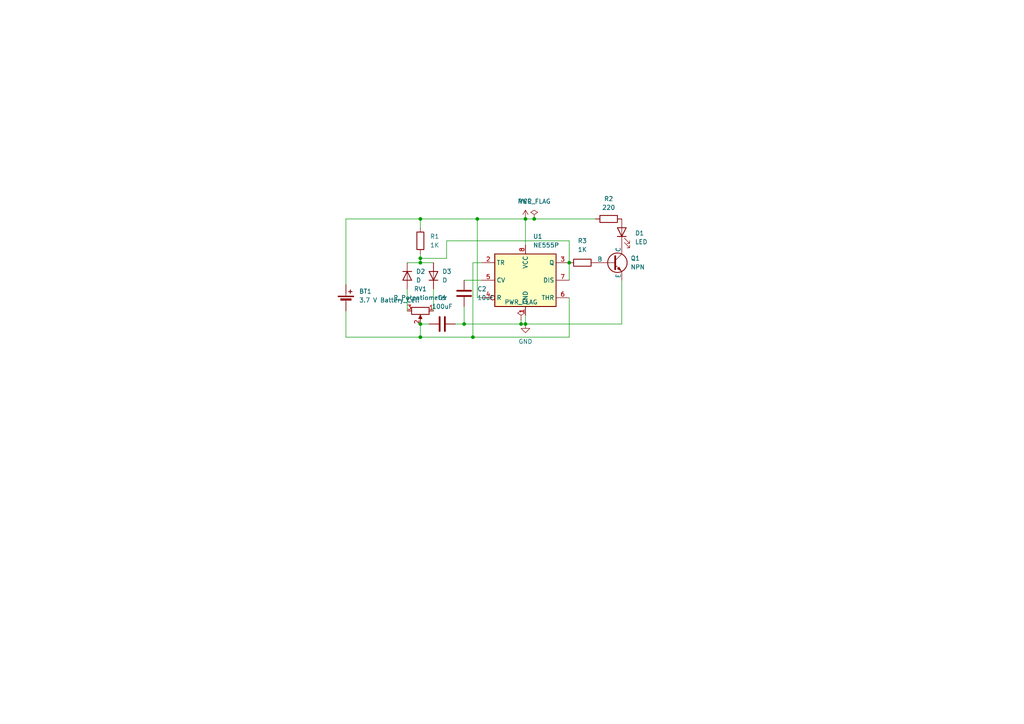
<source format=kicad_sch>
(kicad_sch
	(version 20231120)
	(generator "eeschema")
	(generator_version "8.0")
	(uuid "5076f665-2423-4c41-80a2-189eb7f7c1b8")
	(paper "A4")
	(lib_symbols
		(symbol "Device:Battery_Cell"
			(pin_numbers hide)
			(pin_names
				(offset 0) hide)
			(exclude_from_sim no)
			(in_bom yes)
			(on_board yes)
			(property "Reference" "BT"
				(at 2.54 2.54 0)
				(effects
					(font
						(size 1.27 1.27)
					)
					(justify left)
				)
			)
			(property "Value" "Battery_Cell"
				(at 2.54 0 0)
				(effects
					(font
						(size 1.27 1.27)
					)
					(justify left)
				)
			)
			(property "Footprint" ""
				(at 0 1.524 90)
				(effects
					(font
						(size 1.27 1.27)
					)
					(hide yes)
				)
			)
			(property "Datasheet" "~"
				(at 0 1.524 90)
				(effects
					(font
						(size 1.27 1.27)
					)
					(hide yes)
				)
			)
			(property "Description" "Single-cell battery"
				(at 0 0 0)
				(effects
					(font
						(size 1.27 1.27)
					)
					(hide yes)
				)
			)
			(property "ki_keywords" "battery cell"
				(at 0 0 0)
				(effects
					(font
						(size 1.27 1.27)
					)
					(hide yes)
				)
			)
			(symbol "Battery_Cell_0_1"
				(rectangle
					(start -2.286 1.778)
					(end 2.286 1.524)
					(stroke
						(width 0)
						(type default)
					)
					(fill
						(type outline)
					)
				)
				(rectangle
					(start -1.524 1.016)
					(end 1.524 0.508)
					(stroke
						(width 0)
						(type default)
					)
					(fill
						(type outline)
					)
				)
				(polyline
					(pts
						(xy 0 0.762) (xy 0 0)
					)
					(stroke
						(width 0)
						(type default)
					)
					(fill
						(type none)
					)
				)
				(polyline
					(pts
						(xy 0 1.778) (xy 0 2.54)
					)
					(stroke
						(width 0)
						(type default)
					)
					(fill
						(type none)
					)
				)
				(polyline
					(pts
						(xy 0.762 3.048) (xy 1.778 3.048)
					)
					(stroke
						(width 0.254)
						(type default)
					)
					(fill
						(type none)
					)
				)
				(polyline
					(pts
						(xy 1.27 3.556) (xy 1.27 2.54)
					)
					(stroke
						(width 0.254)
						(type default)
					)
					(fill
						(type none)
					)
				)
			)
			(symbol "Battery_Cell_1_1"
				(pin passive line
					(at 0 5.08 270)
					(length 2.54)
					(name "+"
						(effects
							(font
								(size 1.27 1.27)
							)
						)
					)
					(number "1"
						(effects
							(font
								(size 1.27 1.27)
							)
						)
					)
				)
				(pin passive line
					(at 0 -2.54 90)
					(length 2.54)
					(name "-"
						(effects
							(font
								(size 1.27 1.27)
							)
						)
					)
					(number "2"
						(effects
							(font
								(size 1.27 1.27)
							)
						)
					)
				)
			)
		)
		(symbol "Device:C"
			(pin_numbers hide)
			(pin_names
				(offset 0.254)
			)
			(exclude_from_sim no)
			(in_bom yes)
			(on_board yes)
			(property "Reference" "C"
				(at 0.635 2.54 0)
				(effects
					(font
						(size 1.27 1.27)
					)
					(justify left)
				)
			)
			(property "Value" "C"
				(at 0.635 -2.54 0)
				(effects
					(font
						(size 1.27 1.27)
					)
					(justify left)
				)
			)
			(property "Footprint" ""
				(at 0.9652 -3.81 0)
				(effects
					(font
						(size 1.27 1.27)
					)
					(hide yes)
				)
			)
			(property "Datasheet" "~"
				(at 0 0 0)
				(effects
					(font
						(size 1.27 1.27)
					)
					(hide yes)
				)
			)
			(property "Description" "Unpolarized capacitor"
				(at 0 0 0)
				(effects
					(font
						(size 1.27 1.27)
					)
					(hide yes)
				)
			)
			(property "ki_keywords" "cap capacitor"
				(at 0 0 0)
				(effects
					(font
						(size 1.27 1.27)
					)
					(hide yes)
				)
			)
			(property "ki_fp_filters" "C_*"
				(at 0 0 0)
				(effects
					(font
						(size 1.27 1.27)
					)
					(hide yes)
				)
			)
			(symbol "C_0_1"
				(polyline
					(pts
						(xy -2.032 -0.762) (xy 2.032 -0.762)
					)
					(stroke
						(width 0.508)
						(type default)
					)
					(fill
						(type none)
					)
				)
				(polyline
					(pts
						(xy -2.032 0.762) (xy 2.032 0.762)
					)
					(stroke
						(width 0.508)
						(type default)
					)
					(fill
						(type none)
					)
				)
			)
			(symbol "C_1_1"
				(pin passive line
					(at 0 3.81 270)
					(length 2.794)
					(name "~"
						(effects
							(font
								(size 1.27 1.27)
							)
						)
					)
					(number "1"
						(effects
							(font
								(size 1.27 1.27)
							)
						)
					)
				)
				(pin passive line
					(at 0 -3.81 90)
					(length 2.794)
					(name "~"
						(effects
							(font
								(size 1.27 1.27)
							)
						)
					)
					(number "2"
						(effects
							(font
								(size 1.27 1.27)
							)
						)
					)
				)
			)
		)
		(symbol "Device:D"
			(pin_numbers hide)
			(pin_names
				(offset 1.016) hide)
			(exclude_from_sim no)
			(in_bom yes)
			(on_board yes)
			(property "Reference" "D"
				(at 0 2.54 0)
				(effects
					(font
						(size 1.27 1.27)
					)
				)
			)
			(property "Value" "D"
				(at 0 -2.54 0)
				(effects
					(font
						(size 1.27 1.27)
					)
				)
			)
			(property "Footprint" ""
				(at 0 0 0)
				(effects
					(font
						(size 1.27 1.27)
					)
					(hide yes)
				)
			)
			(property "Datasheet" "~"
				(at 0 0 0)
				(effects
					(font
						(size 1.27 1.27)
					)
					(hide yes)
				)
			)
			(property "Description" "Diode"
				(at 0 0 0)
				(effects
					(font
						(size 1.27 1.27)
					)
					(hide yes)
				)
			)
			(property "Sim.Device" "D"
				(at 0 0 0)
				(effects
					(font
						(size 1.27 1.27)
					)
					(hide yes)
				)
			)
			(property "Sim.Pins" "1=K 2=A"
				(at 0 0 0)
				(effects
					(font
						(size 1.27 1.27)
					)
					(hide yes)
				)
			)
			(property "ki_keywords" "diode"
				(at 0 0 0)
				(effects
					(font
						(size 1.27 1.27)
					)
					(hide yes)
				)
			)
			(property "ki_fp_filters" "TO-???* *_Diode_* *SingleDiode* D_*"
				(at 0 0 0)
				(effects
					(font
						(size 1.27 1.27)
					)
					(hide yes)
				)
			)
			(symbol "D_0_1"
				(polyline
					(pts
						(xy -1.27 1.27) (xy -1.27 -1.27)
					)
					(stroke
						(width 0.254)
						(type default)
					)
					(fill
						(type none)
					)
				)
				(polyline
					(pts
						(xy 1.27 0) (xy -1.27 0)
					)
					(stroke
						(width 0)
						(type default)
					)
					(fill
						(type none)
					)
				)
				(polyline
					(pts
						(xy 1.27 1.27) (xy 1.27 -1.27) (xy -1.27 0) (xy 1.27 1.27)
					)
					(stroke
						(width 0.254)
						(type default)
					)
					(fill
						(type none)
					)
				)
			)
			(symbol "D_1_1"
				(pin passive line
					(at -3.81 0 0)
					(length 2.54)
					(name "K"
						(effects
							(font
								(size 1.27 1.27)
							)
						)
					)
					(number "1"
						(effects
							(font
								(size 1.27 1.27)
							)
						)
					)
				)
				(pin passive line
					(at 3.81 0 180)
					(length 2.54)
					(name "A"
						(effects
							(font
								(size 1.27 1.27)
							)
						)
					)
					(number "2"
						(effects
							(font
								(size 1.27 1.27)
							)
						)
					)
				)
			)
		)
		(symbol "Device:LED"
			(pin_numbers hide)
			(pin_names
				(offset 1.016) hide)
			(exclude_from_sim no)
			(in_bom yes)
			(on_board yes)
			(property "Reference" "D"
				(at 0 2.54 0)
				(effects
					(font
						(size 1.27 1.27)
					)
				)
			)
			(property "Value" "LED"
				(at 0 -2.54 0)
				(effects
					(font
						(size 1.27 1.27)
					)
				)
			)
			(property "Footprint" ""
				(at 0 0 0)
				(effects
					(font
						(size 1.27 1.27)
					)
					(hide yes)
				)
			)
			(property "Datasheet" "~"
				(at 0 0 0)
				(effects
					(font
						(size 1.27 1.27)
					)
					(hide yes)
				)
			)
			(property "Description" "Light emitting diode"
				(at 0 0 0)
				(effects
					(font
						(size 1.27 1.27)
					)
					(hide yes)
				)
			)
			(property "ki_keywords" "LED diode"
				(at 0 0 0)
				(effects
					(font
						(size 1.27 1.27)
					)
					(hide yes)
				)
			)
			(property "ki_fp_filters" "LED* LED_SMD:* LED_THT:*"
				(at 0 0 0)
				(effects
					(font
						(size 1.27 1.27)
					)
					(hide yes)
				)
			)
			(symbol "LED_0_1"
				(polyline
					(pts
						(xy -1.27 -1.27) (xy -1.27 1.27)
					)
					(stroke
						(width 0.254)
						(type default)
					)
					(fill
						(type none)
					)
				)
				(polyline
					(pts
						(xy -1.27 0) (xy 1.27 0)
					)
					(stroke
						(width 0)
						(type default)
					)
					(fill
						(type none)
					)
				)
				(polyline
					(pts
						(xy 1.27 -1.27) (xy 1.27 1.27) (xy -1.27 0) (xy 1.27 -1.27)
					)
					(stroke
						(width 0.254)
						(type default)
					)
					(fill
						(type none)
					)
				)
				(polyline
					(pts
						(xy -3.048 -0.762) (xy -4.572 -2.286) (xy -3.81 -2.286) (xy -4.572 -2.286) (xy -4.572 -1.524)
					)
					(stroke
						(width 0)
						(type default)
					)
					(fill
						(type none)
					)
				)
				(polyline
					(pts
						(xy -1.778 -0.762) (xy -3.302 -2.286) (xy -2.54 -2.286) (xy -3.302 -2.286) (xy -3.302 -1.524)
					)
					(stroke
						(width 0)
						(type default)
					)
					(fill
						(type none)
					)
				)
			)
			(symbol "LED_1_1"
				(pin passive line
					(at -3.81 0 0)
					(length 2.54)
					(name "K"
						(effects
							(font
								(size 1.27 1.27)
							)
						)
					)
					(number "1"
						(effects
							(font
								(size 1.27 1.27)
							)
						)
					)
				)
				(pin passive line
					(at 3.81 0 180)
					(length 2.54)
					(name "A"
						(effects
							(font
								(size 1.27 1.27)
							)
						)
					)
					(number "2"
						(effects
							(font
								(size 1.27 1.27)
							)
						)
					)
				)
			)
		)
		(symbol "Device:R"
			(pin_numbers hide)
			(pin_names
				(offset 0)
			)
			(exclude_from_sim no)
			(in_bom yes)
			(on_board yes)
			(property "Reference" "R"
				(at 2.032 0 90)
				(effects
					(font
						(size 1.27 1.27)
					)
				)
			)
			(property "Value" "R"
				(at 0 0 90)
				(effects
					(font
						(size 1.27 1.27)
					)
				)
			)
			(property "Footprint" ""
				(at -1.778 0 90)
				(effects
					(font
						(size 1.27 1.27)
					)
					(hide yes)
				)
			)
			(property "Datasheet" "~"
				(at 0 0 0)
				(effects
					(font
						(size 1.27 1.27)
					)
					(hide yes)
				)
			)
			(property "Description" "Resistor"
				(at 0 0 0)
				(effects
					(font
						(size 1.27 1.27)
					)
					(hide yes)
				)
			)
			(property "ki_keywords" "R res resistor"
				(at 0 0 0)
				(effects
					(font
						(size 1.27 1.27)
					)
					(hide yes)
				)
			)
			(property "ki_fp_filters" "R_*"
				(at 0 0 0)
				(effects
					(font
						(size 1.27 1.27)
					)
					(hide yes)
				)
			)
			(symbol "R_0_1"
				(rectangle
					(start -1.016 -2.54)
					(end 1.016 2.54)
					(stroke
						(width 0.254)
						(type default)
					)
					(fill
						(type none)
					)
				)
			)
			(symbol "R_1_1"
				(pin passive line
					(at 0 3.81 270)
					(length 1.27)
					(name "~"
						(effects
							(font
								(size 1.27 1.27)
							)
						)
					)
					(number "1"
						(effects
							(font
								(size 1.27 1.27)
							)
						)
					)
				)
				(pin passive line
					(at 0 -3.81 90)
					(length 1.27)
					(name "~"
						(effects
							(font
								(size 1.27 1.27)
							)
						)
					)
					(number "2"
						(effects
							(font
								(size 1.27 1.27)
							)
						)
					)
				)
			)
		)
		(symbol "Device:R_Potentiometer"
			(pin_names
				(offset 1.016) hide)
			(exclude_from_sim no)
			(in_bom yes)
			(on_board yes)
			(property "Reference" "RV"
				(at -4.445 0 90)
				(effects
					(font
						(size 1.27 1.27)
					)
				)
			)
			(property "Value" "R_Potentiometer"
				(at -2.54 0 90)
				(effects
					(font
						(size 1.27 1.27)
					)
				)
			)
			(property "Footprint" ""
				(at 0 0 0)
				(effects
					(font
						(size 1.27 1.27)
					)
					(hide yes)
				)
			)
			(property "Datasheet" "~"
				(at 0 0 0)
				(effects
					(font
						(size 1.27 1.27)
					)
					(hide yes)
				)
			)
			(property "Description" "Potentiometer"
				(at 0 0 0)
				(effects
					(font
						(size 1.27 1.27)
					)
					(hide yes)
				)
			)
			(property "ki_keywords" "resistor variable"
				(at 0 0 0)
				(effects
					(font
						(size 1.27 1.27)
					)
					(hide yes)
				)
			)
			(property "ki_fp_filters" "Potentiometer*"
				(at 0 0 0)
				(effects
					(font
						(size 1.27 1.27)
					)
					(hide yes)
				)
			)
			(symbol "R_Potentiometer_0_1"
				(polyline
					(pts
						(xy 2.54 0) (xy 1.524 0)
					)
					(stroke
						(width 0)
						(type default)
					)
					(fill
						(type none)
					)
				)
				(polyline
					(pts
						(xy 1.143 0) (xy 2.286 0.508) (xy 2.286 -0.508) (xy 1.143 0)
					)
					(stroke
						(width 0)
						(type default)
					)
					(fill
						(type outline)
					)
				)
				(rectangle
					(start 1.016 2.54)
					(end -1.016 -2.54)
					(stroke
						(width 0.254)
						(type default)
					)
					(fill
						(type none)
					)
				)
			)
			(symbol "R_Potentiometer_1_1"
				(pin passive line
					(at 0 3.81 270)
					(length 1.27)
					(name "1"
						(effects
							(font
								(size 1.27 1.27)
							)
						)
					)
					(number "1"
						(effects
							(font
								(size 1.27 1.27)
							)
						)
					)
				)
				(pin passive line
					(at 3.81 0 180)
					(length 1.27)
					(name "2"
						(effects
							(font
								(size 1.27 1.27)
							)
						)
					)
					(number "2"
						(effects
							(font
								(size 1.27 1.27)
							)
						)
					)
				)
				(pin passive line
					(at 0 -3.81 90)
					(length 1.27)
					(name "3"
						(effects
							(font
								(size 1.27 1.27)
							)
						)
					)
					(number "3"
						(effects
							(font
								(size 1.27 1.27)
							)
						)
					)
				)
			)
		)
		(symbol "Simulation_SPICE:NPN"
			(pin_numbers hide)
			(pin_names
				(offset 0)
			)
			(exclude_from_sim no)
			(in_bom yes)
			(on_board yes)
			(property "Reference" "Q1"
				(at 5.08 1.2701 0)
				(effects
					(font
						(size 1.27 1.27)
					)
					(justify left)
				)
			)
			(property "Value" "NPN"
				(at 5.08 -1.2699 0)
				(effects
					(font
						(size 1.27 1.27)
					)
					(justify left)
				)
			)
			(property "Footprint" ""
				(at 63.5 0 0)
				(effects
					(font
						(size 1.27 1.27)
					)
					(hide yes)
				)
			)
			(property "Datasheet" "https://ngspice.sourceforge.io/docs/ngspice-html-manual/manual.xhtml#cha_BJTs"
				(at 63.5 0 0)
				(effects
					(font
						(size 1.27 1.27)
					)
					(hide yes)
				)
			)
			(property "Description" "Bipolar transistor symbol for simulation only, substrate tied to the emitter"
				(at 0 0 0)
				(effects
					(font
						(size 1.27 1.27)
					)
					(hide yes)
				)
			)
			(property "Purpose" ""
				(at 0 0 0)
				(effects
					(font
						(size 1.27 1.27)
					)
				)
			)
			(property "Sim.Device" "NPN"
				(at 0 0 0)
				(effects
					(font
						(size 1.27 1.27)
					)
					(hide yes)
				)
			)
			(property "Sim.Type" "GUMMELPOON"
				(at 0 0 0)
				(effects
					(font
						(size 1.27 1.27)
					)
					(hide yes)
				)
			)
			(property "Sim.Pins" "1=C 2=B 3=E"
				(at 0 0 0)
				(effects
					(font
						(size 1.27 1.27)
					)
					(hide yes)
				)
			)
			(property "ki_keywords" "simulation"
				(at 0 0 0)
				(effects
					(font
						(size 1.27 1.27)
					)
					(hide yes)
				)
			)
			(symbol "NPN_0_1"
				(polyline
					(pts
						(xy -2.54 0) (xy 0.635 0)
					)
					(stroke
						(width 0.1524)
						(type default)
					)
					(fill
						(type none)
					)
				)
				(polyline
					(pts
						(xy 0.635 0.635) (xy 2.54 2.54)
					)
					(stroke
						(width 0)
						(type default)
					)
					(fill
						(type none)
					)
				)
				(polyline
					(pts
						(xy 2.794 -1.27) (xy 2.794 -1.27)
					)
					(stroke
						(width 0.1524)
						(type default)
					)
					(fill
						(type none)
					)
				)
				(polyline
					(pts
						(xy 2.794 -1.27) (xy 2.794 -1.27)
					)
					(stroke
						(width 0.1524)
						(type default)
					)
					(fill
						(type none)
					)
				)
				(polyline
					(pts
						(xy 0.635 -0.635) (xy 2.54 -2.54) (xy 2.54 -2.54)
					)
					(stroke
						(width 0)
						(type default)
					)
					(fill
						(type none)
					)
				)
				(polyline
					(pts
						(xy 0.635 1.905) (xy 0.635 -1.905) (xy 0.635 -1.905)
					)
					(stroke
						(width 0.508)
						(type default)
					)
					(fill
						(type none)
					)
				)
				(polyline
					(pts
						(xy 1.27 -1.778) (xy 1.778 -1.27) (xy 2.286 -2.286) (xy 1.27 -1.778) (xy 1.27 -1.778)
					)
					(stroke
						(width 0)
						(type default)
					)
					(fill
						(type outline)
					)
				)
				(circle
					(center 1.27 0)
					(radius 2.8194)
					(stroke
						(width 0.254)
						(type default)
					)
					(fill
						(type none)
					)
				)
			)
			(symbol "NPN_1_1"
				(pin open_collector line
					(at 2.54 5.08 270)
					(length 2.54)
					(name "C"
						(effects
							(font
								(size 1.27 1.27)
							)
						)
					)
					(number "1"
						(effects
							(font
								(size 1.27 1.27)
							)
						)
					)
				)
				(pin input line
					(at -5.08 0 0)
					(length 2.54)
					(name "B"
						(effects
							(font
								(size 1.27 1.27)
							)
						)
					)
					(number "2"
						(effects
							(font
								(size 1.27 1.27)
							)
						)
					)
				)
				(pin passive line
					(at 2.54 -5.08 90)
					(length 2.54)
					(name "E"
						(effects
							(font
								(size 1.27 1.27)
							)
						)
					)
					(number "3"
						(effects
							(font
								(size 1.27 1.27)
							)
						)
					)
				)
			)
		)
		(symbol "Timer:NE555P"
			(exclude_from_sim no)
			(in_bom yes)
			(on_board yes)
			(property "Reference" "U"
				(at -10.16 8.89 0)
				(effects
					(font
						(size 1.27 1.27)
					)
					(justify left)
				)
			)
			(property "Value" "NE555P"
				(at 2.54 8.89 0)
				(effects
					(font
						(size 1.27 1.27)
					)
					(justify left)
				)
			)
			(property "Footprint" "Package_DIP:DIP-8_W7.62mm"
				(at 16.51 -10.16 0)
				(effects
					(font
						(size 1.27 1.27)
					)
					(hide yes)
				)
			)
			(property "Datasheet" "http://www.ti.com/lit/ds/symlink/ne555.pdf"
				(at 21.59 -10.16 0)
				(effects
					(font
						(size 1.27 1.27)
					)
					(hide yes)
				)
			)
			(property "Description" "Precision Timers, 555 compatible,  PDIP-8"
				(at 0 0 0)
				(effects
					(font
						(size 1.27 1.27)
					)
					(hide yes)
				)
			)
			(property "ki_keywords" "single timer 555"
				(at 0 0 0)
				(effects
					(font
						(size 1.27 1.27)
					)
					(hide yes)
				)
			)
			(property "ki_fp_filters" "DIP*W7.62mm*"
				(at 0 0 0)
				(effects
					(font
						(size 1.27 1.27)
					)
					(hide yes)
				)
			)
			(symbol "NE555P_0_0"
				(pin power_in line
					(at 0 -10.16 90)
					(length 2.54)
					(name "GND"
						(effects
							(font
								(size 1.27 1.27)
							)
						)
					)
					(number "1"
						(effects
							(font
								(size 1.27 1.27)
							)
						)
					)
				)
				(pin power_in line
					(at 0 10.16 270)
					(length 2.54)
					(name "VCC"
						(effects
							(font
								(size 1.27 1.27)
							)
						)
					)
					(number "8"
						(effects
							(font
								(size 1.27 1.27)
							)
						)
					)
				)
			)
			(symbol "NE555P_0_1"
				(rectangle
					(start -8.89 -7.62)
					(end 8.89 7.62)
					(stroke
						(width 0.254)
						(type default)
					)
					(fill
						(type background)
					)
				)
				(rectangle
					(start -8.89 -7.62)
					(end 8.89 7.62)
					(stroke
						(width 0.254)
						(type default)
					)
					(fill
						(type background)
					)
				)
			)
			(symbol "NE555P_1_1"
				(pin input line
					(at -12.7 5.08 0)
					(length 3.81)
					(name "TR"
						(effects
							(font
								(size 1.27 1.27)
							)
						)
					)
					(number "2"
						(effects
							(font
								(size 1.27 1.27)
							)
						)
					)
				)
				(pin output line
					(at 12.7 5.08 180)
					(length 3.81)
					(name "Q"
						(effects
							(font
								(size 1.27 1.27)
							)
						)
					)
					(number "3"
						(effects
							(font
								(size 1.27 1.27)
							)
						)
					)
				)
				(pin input inverted
					(at -12.7 -5.08 0)
					(length 3.81)
					(name "R"
						(effects
							(font
								(size 1.27 1.27)
							)
						)
					)
					(number "4"
						(effects
							(font
								(size 1.27 1.27)
							)
						)
					)
				)
				(pin input line
					(at -12.7 0 0)
					(length 3.81)
					(name "CV"
						(effects
							(font
								(size 1.27 1.27)
							)
						)
					)
					(number "5"
						(effects
							(font
								(size 1.27 1.27)
							)
						)
					)
				)
				(pin input line
					(at 12.7 -5.08 180)
					(length 3.81)
					(name "THR"
						(effects
							(font
								(size 1.27 1.27)
							)
						)
					)
					(number "6"
						(effects
							(font
								(size 1.27 1.27)
							)
						)
					)
				)
				(pin input line
					(at 12.7 0 180)
					(length 3.81)
					(name "DIS"
						(effects
							(font
								(size 1.27 1.27)
							)
						)
					)
					(number "7"
						(effects
							(font
								(size 1.27 1.27)
							)
						)
					)
				)
			)
		)
		(symbol "power:GND"
			(power)
			(pin_numbers hide)
			(pin_names
				(offset 0) hide)
			(exclude_from_sim no)
			(in_bom yes)
			(on_board yes)
			(property "Reference" "#PWR"
				(at 0 -6.35 0)
				(effects
					(font
						(size 1.27 1.27)
					)
					(hide yes)
				)
			)
			(property "Value" "GND"
				(at 0 -3.81 0)
				(effects
					(font
						(size 1.27 1.27)
					)
				)
			)
			(property "Footprint" ""
				(at 0 0 0)
				(effects
					(font
						(size 1.27 1.27)
					)
					(hide yes)
				)
			)
			(property "Datasheet" ""
				(at 0 0 0)
				(effects
					(font
						(size 1.27 1.27)
					)
					(hide yes)
				)
			)
			(property "Description" "Power symbol creates a global label with name \"GND\" , ground"
				(at 0 0 0)
				(effects
					(font
						(size 1.27 1.27)
					)
					(hide yes)
				)
			)
			(property "ki_keywords" "global power"
				(at 0 0 0)
				(effects
					(font
						(size 1.27 1.27)
					)
					(hide yes)
				)
			)
			(symbol "GND_0_1"
				(polyline
					(pts
						(xy 0 0) (xy 0 -1.27) (xy 1.27 -1.27) (xy 0 -2.54) (xy -1.27 -1.27) (xy 0 -1.27)
					)
					(stroke
						(width 0)
						(type default)
					)
					(fill
						(type none)
					)
				)
			)
			(symbol "GND_1_1"
				(pin power_in line
					(at 0 0 270)
					(length 0)
					(name "~"
						(effects
							(font
								(size 1.27 1.27)
							)
						)
					)
					(number "1"
						(effects
							(font
								(size 1.27 1.27)
							)
						)
					)
				)
			)
		)
		(symbol "power:PWR_FLAG"
			(power)
			(pin_numbers hide)
			(pin_names
				(offset 0) hide)
			(exclude_from_sim no)
			(in_bom yes)
			(on_board yes)
			(property "Reference" "#FLG"
				(at 0 1.905 0)
				(effects
					(font
						(size 1.27 1.27)
					)
					(hide yes)
				)
			)
			(property "Value" "PWR_FLAG"
				(at 0 3.81 0)
				(effects
					(font
						(size 1.27 1.27)
					)
				)
			)
			(property "Footprint" ""
				(at 0 0 0)
				(effects
					(font
						(size 1.27 1.27)
					)
					(hide yes)
				)
			)
			(property "Datasheet" "~"
				(at 0 0 0)
				(effects
					(font
						(size 1.27 1.27)
					)
					(hide yes)
				)
			)
			(property "Description" "Special symbol for telling ERC where power comes from"
				(at 0 0 0)
				(effects
					(font
						(size 1.27 1.27)
					)
					(hide yes)
				)
			)
			(property "ki_keywords" "flag power"
				(at 0 0 0)
				(effects
					(font
						(size 1.27 1.27)
					)
					(hide yes)
				)
			)
			(symbol "PWR_FLAG_0_0"
				(pin power_out line
					(at 0 0 90)
					(length 0)
					(name "~"
						(effects
							(font
								(size 1.27 1.27)
							)
						)
					)
					(number "1"
						(effects
							(font
								(size 1.27 1.27)
							)
						)
					)
				)
			)
			(symbol "PWR_FLAG_0_1"
				(polyline
					(pts
						(xy 0 0) (xy 0 1.27) (xy -1.016 1.905) (xy 0 2.54) (xy 1.016 1.905) (xy 0 1.27)
					)
					(stroke
						(width 0)
						(type default)
					)
					(fill
						(type none)
					)
				)
			)
		)
		(symbol "power:VCC"
			(power)
			(pin_numbers hide)
			(pin_names
				(offset 0) hide)
			(exclude_from_sim no)
			(in_bom yes)
			(on_board yes)
			(property "Reference" "#PWR"
				(at 0 -3.81 0)
				(effects
					(font
						(size 1.27 1.27)
					)
					(hide yes)
				)
			)
			(property "Value" "VCC"
				(at 0 3.556 0)
				(effects
					(font
						(size 1.27 1.27)
					)
				)
			)
			(property "Footprint" ""
				(at 0 0 0)
				(effects
					(font
						(size 1.27 1.27)
					)
					(hide yes)
				)
			)
			(property "Datasheet" ""
				(at 0 0 0)
				(effects
					(font
						(size 1.27 1.27)
					)
					(hide yes)
				)
			)
			(property "Description" "Power symbol creates a global label with name \"VCC\""
				(at 0 0 0)
				(effects
					(font
						(size 1.27 1.27)
					)
					(hide yes)
				)
			)
			(property "ki_keywords" "global power"
				(at 0 0 0)
				(effects
					(font
						(size 1.27 1.27)
					)
					(hide yes)
				)
			)
			(symbol "VCC_0_1"
				(polyline
					(pts
						(xy -0.762 1.27) (xy 0 2.54)
					)
					(stroke
						(width 0)
						(type default)
					)
					(fill
						(type none)
					)
				)
				(polyline
					(pts
						(xy 0 0) (xy 0 2.54)
					)
					(stroke
						(width 0)
						(type default)
					)
					(fill
						(type none)
					)
				)
				(polyline
					(pts
						(xy 0 2.54) (xy 0.762 1.27)
					)
					(stroke
						(width 0)
						(type default)
					)
					(fill
						(type none)
					)
				)
			)
			(symbol "VCC_1_1"
				(pin power_in line
					(at 0 0 90)
					(length 0)
					(name "~"
						(effects
							(font
								(size 1.27 1.27)
							)
						)
					)
					(number "1"
						(effects
							(font
								(size 1.27 1.27)
							)
						)
					)
				)
			)
		)
	)
	(junction
		(at 121.92 76.2)
		(diameter 0)
		(color 0 0 0 0)
		(uuid "3c55bc23-14f0-43f0-be12-2f3eb58c782c")
	)
	(junction
		(at 121.92 97.79)
		(diameter 0)
		(color 0 0 0 0)
		(uuid "434993b0-e02a-472c-8c7b-d99e146b36dd")
	)
	(junction
		(at 151.13 93.98)
		(diameter 0)
		(color 0 0 0 0)
		(uuid "4961caa4-72ca-477d-8e39-3b68a0f61245")
	)
	(junction
		(at 165.1 76.2)
		(diameter 0)
		(color 0 0 0 0)
		(uuid "808c629c-4d7f-4f48-96d6-2126780d999d")
	)
	(junction
		(at 152.4 63.5)
		(diameter 0)
		(color 0 0 0 0)
		(uuid "882ec6d5-ecf6-4ac6-a9b7-e7c9fd944b9d")
	)
	(junction
		(at 137.16 97.79)
		(diameter 0)
		(color 0 0 0 0)
		(uuid "a519b382-e886-4daf-9e7f-e7ab2c21b599")
	)
	(junction
		(at 152.4 93.98)
		(diameter 0)
		(color 0 0 0 0)
		(uuid "b68ec716-8eda-4622-8f18-a703774ba846")
	)
	(junction
		(at 154.94 63.5)
		(diameter 0)
		(color 0 0 0 0)
		(uuid "b9e21e36-0958-4991-bf2d-2c9e8f9a7b2d")
	)
	(junction
		(at 121.92 74.93)
		(diameter 0)
		(color 0 0 0 0)
		(uuid "c37a24f4-a94b-48b0-89d4-5f79e9441978")
	)
	(junction
		(at 121.92 93.98)
		(diameter 0)
		(color 0 0 0 0)
		(uuid "ccf96dc6-94b7-478e-bf87-974a0d14d1b4")
	)
	(junction
		(at 121.92 63.5)
		(diameter 0)
		(color 0 0 0 0)
		(uuid "f0878782-1ccd-446a-883a-db9b798348fd")
	)
	(junction
		(at 134.62 93.98)
		(diameter 0)
		(color 0 0 0 0)
		(uuid "f7986ce8-1649-46e7-94a0-ee28ccce09b9")
	)
	(junction
		(at 138.43 63.5)
		(diameter 0)
		(color 0 0 0 0)
		(uuid "fb85a45c-4349-4d3e-8a97-2735a531a757")
	)
	(wire
		(pts
			(xy 121.92 76.2) (xy 125.73 76.2)
		)
		(stroke
			(width 0)
			(type default)
		)
		(uuid "0f5a8855-fec4-412c-9388-637566a828a4")
	)
	(wire
		(pts
			(xy 100.33 82.55) (xy 100.33 63.5)
		)
		(stroke
			(width 0)
			(type default)
		)
		(uuid "11b7999a-be31-47a0-920b-f59ae63134ce")
	)
	(wire
		(pts
			(xy 152.4 91.44) (xy 152.4 93.98)
		)
		(stroke
			(width 0)
			(type default)
		)
		(uuid "13454fef-9bbc-4bb4-8b18-5e5aa3819951")
	)
	(wire
		(pts
			(xy 121.92 93.98) (xy 124.46 93.98)
		)
		(stroke
			(width 0)
			(type default)
		)
		(uuid "177d492f-0b37-41e1-b78d-e907bdaeb8b8")
	)
	(wire
		(pts
			(xy 121.92 97.79) (xy 137.16 97.79)
		)
		(stroke
			(width 0)
			(type default)
		)
		(uuid "1b8d0a5a-d2bd-4f26-8d20-317f83bdb0e6")
	)
	(wire
		(pts
			(xy 134.62 88.9) (xy 134.62 93.98)
		)
		(stroke
			(width 0)
			(type default)
		)
		(uuid "1e8d18b8-f33d-475d-8eed-038a686092b9")
	)
	(wire
		(pts
			(xy 151.13 92.71) (xy 151.13 93.98)
		)
		(stroke
			(width 0)
			(type default)
		)
		(uuid "1f495cb1-b4ea-4ecb-9171-33e487018fbd")
	)
	(wire
		(pts
			(xy 180.34 81.28) (xy 180.34 93.98)
		)
		(stroke
			(width 0)
			(type default)
		)
		(uuid "2e70844c-c535-4932-a895-124fc077e60b")
	)
	(wire
		(pts
			(xy 121.92 66.04) (xy 121.92 63.5)
		)
		(stroke
			(width 0)
			(type default)
		)
		(uuid "33d4faa6-f06a-4b3f-a5c1-1f292dd468f1")
	)
	(wire
		(pts
			(xy 129.54 69.85) (xy 129.54 74.93)
		)
		(stroke
			(width 0)
			(type default)
		)
		(uuid "34190117-304d-48cd-816c-78c8b28c82f0")
	)
	(wire
		(pts
			(xy 165.1 86.36) (xy 165.1 97.79)
		)
		(stroke
			(width 0)
			(type default)
		)
		(uuid "41802cd1-d7b1-4164-8f9b-01c5a32793c7")
	)
	(wire
		(pts
			(xy 154.94 63.5) (xy 172.72 63.5)
		)
		(stroke
			(width 0)
			(type default)
		)
		(uuid "4662a8e3-ba0f-4f5d-bbe4-ad5fd95f2e41")
	)
	(wire
		(pts
			(xy 118.11 76.2) (xy 121.92 76.2)
		)
		(stroke
			(width 0)
			(type default)
		)
		(uuid "4986a522-c9b3-4983-b5e5-675c0b385682")
	)
	(wire
		(pts
			(xy 152.4 63.5) (xy 152.4 71.12)
		)
		(stroke
			(width 0)
			(type default)
		)
		(uuid "4b069b68-adbc-47d8-b93d-5533ad2700d0")
	)
	(wire
		(pts
			(xy 151.13 93.98) (xy 152.4 93.98)
		)
		(stroke
			(width 0)
			(type default)
		)
		(uuid "4cf290ca-1398-46f6-af08-cf4213e1bc21")
	)
	(wire
		(pts
			(xy 125.73 83.82) (xy 125.73 90.17)
		)
		(stroke
			(width 0)
			(type default)
		)
		(uuid "50ea8603-6a34-4aa0-b29b-ccfcaa6e358f")
	)
	(wire
		(pts
			(xy 121.92 74.93) (xy 121.92 76.2)
		)
		(stroke
			(width 0)
			(type default)
		)
		(uuid "5c7c6760-6ba9-45c7-b670-72d85c05a27d")
	)
	(wire
		(pts
			(xy 165.1 69.85) (xy 129.54 69.85)
		)
		(stroke
			(width 0)
			(type default)
		)
		(uuid "63a94e64-e2c0-4a42-8b36-174baa947aed")
	)
	(wire
		(pts
			(xy 134.62 81.28) (xy 139.7 81.28)
		)
		(stroke
			(width 0)
			(type default)
		)
		(uuid "656e9250-f86c-4484-88dd-8fd1ad56508f")
	)
	(wire
		(pts
			(xy 138.43 63.5) (xy 152.4 63.5)
		)
		(stroke
			(width 0)
			(type default)
		)
		(uuid "76b901df-1573-4c1d-9033-d6b67347bb7d")
	)
	(wire
		(pts
			(xy 165.1 76.2) (xy 165.1 69.85)
		)
		(stroke
			(width 0)
			(type default)
		)
		(uuid "7bdf1a26-8714-4688-96e3-cbda1a3b027a")
	)
	(wire
		(pts
			(xy 138.43 63.5) (xy 138.43 86.36)
		)
		(stroke
			(width 0)
			(type default)
		)
		(uuid "7ed6fcb3-5a64-46a5-832c-99caf26e38cb")
	)
	(wire
		(pts
			(xy 121.92 73.66) (xy 121.92 74.93)
		)
		(stroke
			(width 0)
			(type default)
		)
		(uuid "901c2f0f-7640-4918-ba7f-4a61469bef7e")
	)
	(wire
		(pts
			(xy 121.92 63.5) (xy 138.43 63.5)
		)
		(stroke
			(width 0)
			(type default)
		)
		(uuid "90b50edf-db05-492d-bcf7-181473f79435")
	)
	(wire
		(pts
			(xy 118.11 83.82) (xy 118.11 90.17)
		)
		(stroke
			(width 0)
			(type default)
		)
		(uuid "9a2dc738-efe0-4c76-b40c-90ba32ffa270")
	)
	(wire
		(pts
			(xy 165.1 81.28) (xy 165.1 76.2)
		)
		(stroke
			(width 0)
			(type default)
		)
		(uuid "9c15d872-d8ec-4a83-bda5-0c912133ad09")
	)
	(wire
		(pts
			(xy 100.33 63.5) (xy 121.92 63.5)
		)
		(stroke
			(width 0)
			(type default)
		)
		(uuid "9ffa07eb-1504-4773-87d6-32232d11b04a")
	)
	(wire
		(pts
			(xy 134.62 93.98) (xy 151.13 93.98)
		)
		(stroke
			(width 0)
			(type default)
		)
		(uuid "a929bb92-078b-4aeb-aeb6-8141a0ba3ed2")
	)
	(wire
		(pts
			(xy 121.92 97.79) (xy 121.92 93.98)
		)
		(stroke
			(width 0)
			(type default)
		)
		(uuid "bf27adec-146b-4436-83fa-73b183ce3971")
	)
	(wire
		(pts
			(xy 165.1 97.79) (xy 137.16 97.79)
		)
		(stroke
			(width 0)
			(type default)
		)
		(uuid "c391c027-1a97-41de-83e7-eb9833cf81aa")
	)
	(wire
		(pts
			(xy 152.4 63.5) (xy 154.94 63.5)
		)
		(stroke
			(width 0)
			(type default)
		)
		(uuid "c7bbdbbc-ca1e-4e79-a658-0e8a635e26f2")
	)
	(wire
		(pts
			(xy 100.33 90.17) (xy 100.33 97.79)
		)
		(stroke
			(width 0)
			(type default)
		)
		(uuid "cd93518b-b319-4a5c-9744-e1db9cb7cfa8")
	)
	(wire
		(pts
			(xy 137.16 97.79) (xy 137.16 76.2)
		)
		(stroke
			(width 0)
			(type default)
		)
		(uuid "d39aa9e9-4590-406c-bf4d-7e9f233d916e")
	)
	(wire
		(pts
			(xy 139.7 86.36) (xy 138.43 86.36)
		)
		(stroke
			(width 0)
			(type default)
		)
		(uuid "d4eb1820-e35f-4221-bf4e-68e52b5a2c4c")
	)
	(wire
		(pts
			(xy 152.4 93.98) (xy 180.34 93.98)
		)
		(stroke
			(width 0)
			(type default)
		)
		(uuid "d625757c-75a9-4652-834b-eee3c6bb70c4")
	)
	(wire
		(pts
			(xy 100.33 97.79) (xy 121.92 97.79)
		)
		(stroke
			(width 0)
			(type default)
		)
		(uuid "d918902c-f292-4602-b403-3527750e109b")
	)
	(wire
		(pts
			(xy 129.54 74.93) (xy 121.92 74.93)
		)
		(stroke
			(width 0)
			(type default)
		)
		(uuid "e0eac963-2f79-4225-bea4-37288cc35591")
	)
	(wire
		(pts
			(xy 137.16 76.2) (xy 139.7 76.2)
		)
		(stroke
			(width 0)
			(type default)
		)
		(uuid "ebd8b3bc-c6f8-4546-b85e-639e9705d6aa")
	)
	(wire
		(pts
			(xy 132.08 93.98) (xy 134.62 93.98)
		)
		(stroke
			(width 0)
			(type default)
		)
		(uuid "f0dc64fe-b226-459a-94c3-bf950211e5fc")
	)
	(symbol
		(lib_id "Timer:NE555P")
		(at 152.4 81.28 0)
		(unit 1)
		(exclude_from_sim no)
		(in_bom yes)
		(on_board yes)
		(dnp no)
		(fields_autoplaced yes)
		(uuid "07a7f234-e646-44ea-93b4-853ca2c40416")
		(property "Reference" "U1"
			(at 154.5941 68.58 0)
			(effects
				(font
					(size 1.27 1.27)
				)
				(justify left)
			)
		)
		(property "Value" "NE555P"
			(at 154.5941 71.12 0)
			(effects
				(font
					(size 1.27 1.27)
				)
				(justify left)
			)
		)
		(property "Footprint" "Package_DIP:DIP-8_W7.62mm"
			(at 168.91 91.44 0)
			(effects
				(font
					(size 1.27 1.27)
				)
				(hide yes)
			)
		)
		(property "Datasheet" "http://www.ti.com/lit/ds/symlink/ne555.pdf"
			(at 173.99 91.44 0)
			(effects
				(font
					(size 1.27 1.27)
				)
				(hide yes)
			)
		)
		(property "Description" "Precision Timers, 555 compatible,  PDIP-8"
			(at 152.4 81.28 0)
			(effects
				(font
					(size 1.27 1.27)
				)
				(hide yes)
			)
		)
		(pin "5"
			(uuid "af7e65c3-fc32-48ca-8295-9ff799d80b41")
		)
		(pin "4"
			(uuid "2b0ae1cc-672c-4eea-aa04-5168497ce09c")
		)
		(pin "8"
			(uuid "bc657f23-f286-4085-99aa-cff4bc756a8f")
		)
		(pin "2"
			(uuid "06502b5a-ae0c-49a6-990b-a4147f6b17c6")
		)
		(pin "1"
			(uuid "853e2e9f-fc6f-4187-886a-d453a2fa7e47")
		)
		(pin "7"
			(uuid "8ad71568-d3e9-46d2-91d0-d5cebda6d875")
		)
		(pin "3"
			(uuid "8e495e52-7efb-4d91-9813-6e48fe5ea9a8")
		)
		(pin "6"
			(uuid "9d34e465-c8c4-4a9d-a2da-25cac0f2bf4a")
		)
		(instances
			(project ""
				(path "/5076f665-2423-4c41-80a2-189eb7f7c1b8"
					(reference "U1")
					(unit 1)
				)
			)
		)
	)
	(symbol
		(lib_id "Device:C")
		(at 128.27 93.98 90)
		(unit 1)
		(exclude_from_sim no)
		(in_bom yes)
		(on_board yes)
		(dnp no)
		(fields_autoplaced yes)
		(uuid "166f47a2-9d21-44fc-9bcb-b5d5ee12f4c0")
		(property "Reference" "C1"
			(at 128.27 86.36 90)
			(effects
				(font
					(size 1.27 1.27)
				)
			)
		)
		(property "Value" "100uF"
			(at 128.27 88.9 90)
			(effects
				(font
					(size 1.27 1.27)
				)
			)
		)
		(property "Footprint" "Capacitor_THT:C_Radial_D5.0mm_H5.0mm_P2.00mm"
			(at 132.08 93.0148 0)
			(effects
				(font
					(size 1.27 1.27)
				)
				(hide yes)
			)
		)
		(property "Datasheet" "~"
			(at 128.27 93.98 0)
			(effects
				(font
					(size 1.27 1.27)
				)
				(hide yes)
			)
		)
		(property "Description" "Unpolarized capacitor"
			(at 128.27 93.98 0)
			(effects
				(font
					(size 1.27 1.27)
				)
				(hide yes)
			)
		)
		(pin "1"
			(uuid "f29f4087-3e65-4b85-b354-4d39f08a3f54")
		)
		(pin "2"
			(uuid "9553e3e0-1ca0-46cd-9416-085fc939c03d")
		)
		(instances
			(project ""
				(path "/5076f665-2423-4c41-80a2-189eb7f7c1b8"
					(reference "C1")
					(unit 1)
				)
			)
		)
	)
	(symbol
		(lib_id "power:VCC")
		(at 152.4 63.5 0)
		(unit 1)
		(exclude_from_sim no)
		(in_bom yes)
		(on_board yes)
		(dnp no)
		(fields_autoplaced yes)
		(uuid "17a84caf-aad4-41c1-a659-78b2bbc67012")
		(property "Reference" "#PWR01"
			(at 152.4 67.31 0)
			(effects
				(font
					(size 1.27 1.27)
				)
				(hide yes)
			)
		)
		(property "Value" "VCC"
			(at 152.4 58.42 0)
			(effects
				(font
					(size 1.27 1.27)
				)
			)
		)
		(property "Footprint" ""
			(at 152.4 63.5 0)
			(effects
				(font
					(size 1.27 1.27)
				)
				(hide yes)
			)
		)
		(property "Datasheet" ""
			(at 152.4 63.5 0)
			(effects
				(font
					(size 1.27 1.27)
				)
				(hide yes)
			)
		)
		(property "Description" "Power symbol creates a global label with name \"VCC\""
			(at 152.4 63.5 0)
			(effects
				(font
					(size 1.27 1.27)
				)
				(hide yes)
			)
		)
		(pin "1"
			(uuid "a11862e3-0aff-4b12-a318-e8f5bed02e6a")
		)
		(instances
			(project ""
				(path "/5076f665-2423-4c41-80a2-189eb7f7c1b8"
					(reference "#PWR01")
					(unit 1)
				)
			)
		)
	)
	(symbol
		(lib_id "Device:R")
		(at 168.91 76.2 90)
		(unit 1)
		(exclude_from_sim no)
		(in_bom yes)
		(on_board yes)
		(dnp no)
		(fields_autoplaced yes)
		(uuid "38c4ef6f-9684-48ee-a511-b16563c109bd")
		(property "Reference" "R3"
			(at 168.91 69.85 90)
			(effects
				(font
					(size 1.27 1.27)
				)
			)
		)
		(property "Value" "1K"
			(at 168.91 72.39 90)
			(effects
				(font
					(size 1.27 1.27)
				)
			)
		)
		(property "Footprint" "Resistor_THT:R_Axial_DIN0204_L3.6mm_D1.6mm_P5.08mm_Horizontal"
			(at 168.91 77.978 90)
			(effects
				(font
					(size 1.27 1.27)
				)
				(hide yes)
			)
		)
		(property "Datasheet" "~"
			(at 168.91 76.2 0)
			(effects
				(font
					(size 1.27 1.27)
				)
				(hide yes)
			)
		)
		(property "Description" "Resistor"
			(at 168.91 76.2 0)
			(effects
				(font
					(size 1.27 1.27)
				)
				(hide yes)
			)
		)
		(pin "1"
			(uuid "1dbf608d-eb35-4641-bcae-4fb11976c17b")
		)
		(pin "2"
			(uuid "9997450c-5a30-47b7-8395-84841918aad2")
		)
		(instances
			(project "IC_555_Dimmer_CKT"
				(path "/5076f665-2423-4c41-80a2-189eb7f7c1b8"
					(reference "R3")
					(unit 1)
				)
			)
		)
	)
	(symbol
		(lib_id "Device:D")
		(at 118.11 80.01 270)
		(unit 1)
		(exclude_from_sim no)
		(in_bom yes)
		(on_board yes)
		(dnp no)
		(fields_autoplaced yes)
		(uuid "62836443-7767-4f36-8afe-4a8e453d2751")
		(property "Reference" "D2"
			(at 120.65 78.7399 90)
			(effects
				(font
					(size 1.27 1.27)
				)
				(justify left)
			)
		)
		(property "Value" "D"
			(at 120.65 81.2799 90)
			(effects
				(font
					(size 1.27 1.27)
				)
				(justify left)
			)
		)
		(property "Footprint" "Diode_THT:D_A-405_P7.62mm_Horizontal"
			(at 118.11 80.01 0)
			(effects
				(font
					(size 1.27 1.27)
				)
				(hide yes)
			)
		)
		(property "Datasheet" "~"
			(at 118.11 80.01 0)
			(effects
				(font
					(size 1.27 1.27)
				)
				(hide yes)
			)
		)
		(property "Description" "Diode"
			(at 118.11 80.01 0)
			(effects
				(font
					(size 1.27 1.27)
				)
				(hide yes)
			)
		)
		(property "Sim.Device" "D"
			(at 118.11 80.01 0)
			(effects
				(font
					(size 1.27 1.27)
				)
				(hide yes)
			)
		)
		(property "Sim.Pins" "1=K 2=A"
			(at 118.11 80.01 0)
			(effects
				(font
					(size 1.27 1.27)
				)
				(hide yes)
			)
		)
		(pin "2"
			(uuid "77dcec82-931c-4b03-a82a-9a39e7477596")
		)
		(pin "1"
			(uuid "c179f897-691f-425c-af9c-d3f69d4ecb79")
		)
		(instances
			(project ""
				(path "/5076f665-2423-4c41-80a2-189eb7f7c1b8"
					(reference "D2")
					(unit 1)
				)
			)
		)
	)
	(symbol
		(lib_id "Device:Battery_Cell")
		(at 100.33 87.63 0)
		(unit 1)
		(exclude_from_sim no)
		(in_bom yes)
		(on_board yes)
		(dnp no)
		(fields_autoplaced yes)
		(uuid "63829d4a-1332-4257-8f7c-2a82261d1bfa")
		(property "Reference" "BT1"
			(at 104.14 84.5184 0)
			(effects
				(font
					(size 1.27 1.27)
				)
				(justify left)
			)
		)
		(property "Value" "3.7 V Battery_Cell"
			(at 104.14 87.0584 0)
			(effects
				(font
					(size 1.27 1.27)
				)
				(justify left)
			)
		)
		(property "Footprint" "Battery:BatteryHolder_Keystone_500"
			(at 100.33 86.106 90)
			(effects
				(font
					(size 1.27 1.27)
				)
				(hide yes)
			)
		)
		(property "Datasheet" "~"
			(at 100.33 86.106 90)
			(effects
				(font
					(size 1.27 1.27)
				)
				(hide yes)
			)
		)
		(property "Description" "Single-cell battery"
			(at 100.33 87.63 0)
			(effects
				(font
					(size 1.27 1.27)
				)
				(hide yes)
			)
		)
		(pin "1"
			(uuid "4e884f37-67a0-4099-8adb-a4cad23bffb0")
		)
		(pin "2"
			(uuid "151dec8a-4f5d-454d-b40f-cb8622567785")
		)
		(instances
			(project ""
				(path "/5076f665-2423-4c41-80a2-189eb7f7c1b8"
					(reference "BT1")
					(unit 1)
				)
			)
		)
	)
	(symbol
		(lib_id "Device:R_Potentiometer")
		(at 121.92 90.17 270)
		(unit 1)
		(exclude_from_sim no)
		(in_bom yes)
		(on_board yes)
		(dnp no)
		(fields_autoplaced yes)
		(uuid "69e1cb9b-a244-4485-a162-89735dd11c5b")
		(property "Reference" "RV1"
			(at 121.92 83.82 90)
			(effects
				(font
					(size 1.27 1.27)
				)
			)
		)
		(property "Value" "R_Potentiometer"
			(at 121.92 86.36 90)
			(effects
				(font
					(size 1.27 1.27)
				)
			)
		)
		(property "Footprint" "Potentiometer_THT:Potentiometer_Alpha_RD901F-40-00D_Single_Vertical_CircularHoles"
			(at 121.92 90.17 0)
			(effects
				(font
					(size 1.27 1.27)
				)
				(hide yes)
			)
		)
		(property "Datasheet" "~"
			(at 121.92 90.17 0)
			(effects
				(font
					(size 1.27 1.27)
				)
				(hide yes)
			)
		)
		(property "Description" "Potentiometer"
			(at 121.92 90.17 0)
			(effects
				(font
					(size 1.27 1.27)
				)
				(hide yes)
			)
		)
		(property "Purpose" ""
			(at 121.92 90.17 0)
			(effects
				(font
					(size 1.27 1.27)
				)
			)
		)
		(pin "2"
			(uuid "653c51d7-b4ca-4060-baa8-03529cc77b23")
		)
		(pin "1"
			(uuid "e6e00ac5-421f-435b-86ca-3b5be31ddbfd")
		)
		(pin "3"
			(uuid "7a1f74e2-4b95-42f8-8004-140ab6db68b6")
		)
		(instances
			(project ""
				(path "/5076f665-2423-4c41-80a2-189eb7f7c1b8"
					(reference "RV1")
					(unit 1)
				)
			)
		)
	)
	(symbol
		(lib_id "power:PWR_FLAG")
		(at 154.94 63.5 0)
		(unit 1)
		(exclude_from_sim no)
		(in_bom yes)
		(on_board yes)
		(dnp no)
		(fields_autoplaced yes)
		(uuid "87c02ab5-845b-4fd5-8ab5-c55fd14df527")
		(property "Reference" "#FLG01"
			(at 154.94 61.595 0)
			(effects
				(font
					(size 1.27 1.27)
				)
				(hide yes)
			)
		)
		(property "Value" "PWR_FLAG"
			(at 154.94 58.42 0)
			(effects
				(font
					(size 1.27 1.27)
				)
			)
		)
		(property "Footprint" ""
			(at 154.94 63.5 0)
			(effects
				(font
					(size 1.27 1.27)
				)
				(hide yes)
			)
		)
		(property "Datasheet" "~"
			(at 154.94 63.5 0)
			(effects
				(font
					(size 1.27 1.27)
				)
				(hide yes)
			)
		)
		(property "Description" "Special symbol for telling ERC where power comes from"
			(at 154.94 63.5 0)
			(effects
				(font
					(size 1.27 1.27)
				)
				(hide yes)
			)
		)
		(pin "1"
			(uuid "d5534611-1fdb-451c-82fa-4adf9b32a985")
		)
		(instances
			(project ""
				(path "/5076f665-2423-4c41-80a2-189eb7f7c1b8"
					(reference "#FLG01")
					(unit 1)
				)
			)
		)
	)
	(symbol
		(lib_id "Device:D")
		(at 125.73 80.01 90)
		(unit 1)
		(exclude_from_sim no)
		(in_bom yes)
		(on_board yes)
		(dnp no)
		(fields_autoplaced yes)
		(uuid "8c98f433-16dc-4bcd-b568-9ae562624efa")
		(property "Reference" "D3"
			(at 128.27 78.7399 90)
			(effects
				(font
					(size 1.27 1.27)
				)
				(justify right)
			)
		)
		(property "Value" "D"
			(at 128.27 81.2799 90)
			(effects
				(font
					(size 1.27 1.27)
				)
				(justify right)
			)
		)
		(property "Footprint" "Diode_THT:D_A-405_P7.62mm_Horizontal"
			(at 125.73 80.01 0)
			(effects
				(font
					(size 1.27 1.27)
				)
				(hide yes)
			)
		)
		(property "Datasheet" "~"
			(at 125.73 80.01 0)
			(effects
				(font
					(size 1.27 1.27)
				)
				(hide yes)
			)
		)
		(property "Description" "Diode"
			(at 125.73 80.01 0)
			(effects
				(font
					(size 1.27 1.27)
				)
				(hide yes)
			)
		)
		(property "Sim.Device" "D"
			(at 125.73 80.01 0)
			(effects
				(font
					(size 1.27 1.27)
				)
				(hide yes)
			)
		)
		(property "Sim.Pins" "1=K 2=A"
			(at 125.73 80.01 0)
			(effects
				(font
					(size 1.27 1.27)
				)
				(hide yes)
			)
		)
		(pin "2"
			(uuid "6a64bd2a-6579-4796-8792-d8fbe932cd8f")
		)
		(pin "1"
			(uuid "03215abb-cc0d-4e08-9e82-84d8bc8089e1")
		)
		(instances
			(project "IC_555_Dimmer_CKT"
				(path "/5076f665-2423-4c41-80a2-189eb7f7c1b8"
					(reference "D3")
					(unit 1)
				)
			)
		)
	)
	(symbol
		(lib_id "power:GND")
		(at 152.4 93.98 0)
		(unit 1)
		(exclude_from_sim no)
		(in_bom yes)
		(on_board yes)
		(dnp no)
		(fields_autoplaced yes)
		(uuid "9445f22b-5edf-4d39-9646-f3c0b833a34d")
		(property "Reference" "#PWR02"
			(at 152.4 100.33 0)
			(effects
				(font
					(size 1.27 1.27)
				)
				(hide yes)
			)
		)
		(property "Value" "GND"
			(at 152.4 99.06 0)
			(effects
				(font
					(size 1.27 1.27)
				)
			)
		)
		(property "Footprint" ""
			(at 152.4 93.98 0)
			(effects
				(font
					(size 1.27 1.27)
				)
				(hide yes)
			)
		)
		(property "Datasheet" ""
			(at 152.4 93.98 0)
			(effects
				(font
					(size 1.27 1.27)
				)
				(hide yes)
			)
		)
		(property "Description" "Power symbol creates a global label with name \"GND\" , ground"
			(at 152.4 93.98 0)
			(effects
				(font
					(size 1.27 1.27)
				)
				(hide yes)
			)
		)
		(pin "1"
			(uuid "4213f231-a703-47cf-a902-d2c3beaaeb8a")
		)
		(instances
			(project ""
				(path "/5076f665-2423-4c41-80a2-189eb7f7c1b8"
					(reference "#PWR02")
					(unit 1)
				)
			)
		)
	)
	(symbol
		(lib_id "Simulation_SPICE:NPN")
		(at 177.8 76.2 0)
		(unit 1)
		(exclude_from_sim no)
		(in_bom yes)
		(on_board yes)
		(dnp no)
		(fields_autoplaced yes)
		(uuid "977757d3-b8bd-4614-87fe-b572281323a6")
		(property "Reference" "Q1"
			(at 182.88 74.9299 0)
			(effects
				(font
					(size 1.27 1.27)
				)
				(justify left)
			)
		)
		(property "Value" "NPN"
			(at 182.88 77.4699 0)
			(effects
				(font
					(size 1.27 1.27)
				)
				(justify left)
			)
		)
		(property "Footprint" "Package_TO_SOT_THT:TO-92"
			(at 241.3 76.2 0)
			(effects
				(font
					(size 1.27 1.27)
				)
				(hide yes)
			)
		)
		(property "Datasheet" "https://ngspice.sourceforge.io/docs/ngspice-html-manual/manual.xhtml#cha_BJTs"
			(at 241.3 76.2 0)
			(effects
				(font
					(size 1.27 1.27)
				)
				(hide yes)
			)
		)
		(property "Description" "Bipolar transistor symbol for simulation only, substrate tied to the emitter"
			(at 177.8 76.2 0)
			(effects
				(font
					(size 1.27 1.27)
				)
				(hide yes)
			)
		)
		(property "Sim.Device" "NPN"
			(at 177.8 76.2 0)
			(effects
				(font
					(size 1.27 1.27)
				)
				(hide yes)
			)
		)
		(property "Sim.Type" "GUMMELPOON"
			(at 177.8 76.2 0)
			(effects
				(font
					(size 1.27 1.27)
				)
				(hide yes)
			)
		)
		(property "Sim.Pins" "1=C 2=B 3=E"
			(at 177.8 76.2 0)
			(effects
				(font
					(size 1.27 1.27)
				)
				(hide yes)
			)
		)
		(property "Purpose" ""
			(at 177.8 76.2 0)
			(effects
				(font
					(size 1.27 1.27)
				)
			)
		)
		(property "Field-1" ""
			(at 177.8 76.2 0)
			(effects
				(font
					(size 1.27 1.27)
				)
			)
		)
		(pin "1"
			(uuid "9738d05c-5530-4dfc-9fdf-4cb67408a448")
		)
		(pin "2"
			(uuid "9bcb2c93-4bdc-40d5-b299-6976d00c8dde")
		)
		(pin "3"
			(uuid "377cdcea-83c8-46e3-8c2a-c5e0c35b0d58")
		)
		(instances
			(project ""
				(path "/5076f665-2423-4c41-80a2-189eb7f7c1b8"
					(reference "Q1")
					(unit 1)
				)
			)
		)
	)
	(symbol
		(lib_id "Device:R")
		(at 121.92 69.85 0)
		(unit 1)
		(exclude_from_sim no)
		(in_bom yes)
		(on_board yes)
		(dnp no)
		(fields_autoplaced yes)
		(uuid "ae7ba267-6b93-4919-8439-9924773378ca")
		(property "Reference" "R1"
			(at 124.714 68.5799 0)
			(effects
				(font
					(size 1.27 1.27)
				)
				(justify left)
			)
		)
		(property "Value" "1K"
			(at 124.714 71.1199 0)
			(effects
				(font
					(size 1.27 1.27)
				)
				(justify left)
			)
		)
		(property "Footprint" "Resistor_THT:R_Axial_DIN0204_L3.6mm_D1.6mm_P5.08mm_Horizontal"
			(at 120.142 69.85 90)
			(effects
				(font
					(size 1.27 1.27)
				)
				(hide yes)
			)
		)
		(property "Datasheet" "~"
			(at 121.92 69.85 0)
			(effects
				(font
					(size 1.27 1.27)
				)
				(hide yes)
			)
		)
		(property "Description" "Resistor"
			(at 121.92 69.85 0)
			(effects
				(font
					(size 1.27 1.27)
				)
				(hide yes)
			)
		)
		(property "Purpose" ""
			(at 121.92 69.85 0)
			(effects
				(font
					(size 1.27 1.27)
				)
			)
		)
		(pin "1"
			(uuid "579c8668-ffc3-48d6-96c3-3b82d343b874")
		)
		(pin "2"
			(uuid "cb649c78-33b0-4e3c-a27f-b38d3b781ae7")
		)
		(instances
			(project ""
				(path "/5076f665-2423-4c41-80a2-189eb7f7c1b8"
					(reference "R1")
					(unit 1)
				)
			)
		)
	)
	(symbol
		(lib_id "Device:R")
		(at 176.53 63.5 90)
		(unit 1)
		(exclude_from_sim no)
		(in_bom yes)
		(on_board yes)
		(dnp no)
		(fields_autoplaced yes)
		(uuid "ae8c41be-ce12-42a1-8cc1-d9eddfe9476f")
		(property "Reference" "R2"
			(at 176.53 57.658 90)
			(effects
				(font
					(size 1.27 1.27)
				)
			)
		)
		(property "Value" "220"
			(at 176.53 60.198 90)
			(effects
				(font
					(size 1.27 1.27)
				)
			)
		)
		(property "Footprint" "Resistor_THT:R_Axial_DIN0204_L3.6mm_D1.6mm_P5.08mm_Horizontal"
			(at 176.53 65.278 90)
			(effects
				(font
					(size 1.27 1.27)
				)
				(hide yes)
			)
		)
		(property "Datasheet" "~"
			(at 176.53 63.5 0)
			(effects
				(font
					(size 1.27 1.27)
				)
				(hide yes)
			)
		)
		(property "Description" "Resistor"
			(at 176.53 63.5 0)
			(effects
				(font
					(size 1.27 1.27)
				)
				(hide yes)
			)
		)
		(pin "1"
			(uuid "8472ef89-2d7f-4182-a4fd-989f30976f2b")
		)
		(pin "2"
			(uuid "0cb565f2-a4ba-4352-a883-b603afa7e688")
		)
		(instances
			(project "IC_555_Dimmer_CKT"
				(path "/5076f665-2423-4c41-80a2-189eb7f7c1b8"
					(reference "R2")
					(unit 1)
				)
			)
		)
	)
	(symbol
		(lib_id "power:PWR_FLAG")
		(at 151.13 92.71 0)
		(unit 1)
		(exclude_from_sim no)
		(in_bom yes)
		(on_board yes)
		(dnp no)
		(fields_autoplaced yes)
		(uuid "cd7d5ba5-9e27-4f96-9222-d633aee28538")
		(property "Reference" "#FLG02"
			(at 151.13 90.805 0)
			(effects
				(font
					(size 1.27 1.27)
				)
				(hide yes)
			)
		)
		(property "Value" "PWR_FLAG"
			(at 151.13 87.63 0)
			(effects
				(font
					(size 1.27 1.27)
				)
			)
		)
		(property "Footprint" ""
			(at 151.13 92.71 0)
			(effects
				(font
					(size 1.27 1.27)
				)
				(hide yes)
			)
		)
		(property "Datasheet" "~"
			(at 151.13 92.71 0)
			(effects
				(font
					(size 1.27 1.27)
				)
				(hide yes)
			)
		)
		(property "Description" "Special symbol for telling ERC where power comes from"
			(at 151.13 92.71 0)
			(effects
				(font
					(size 1.27 1.27)
				)
				(hide yes)
			)
		)
		(pin "1"
			(uuid "a9dceece-c58e-4f12-b8a2-834ca6623917")
		)
		(instances
			(project ""
				(path "/5076f665-2423-4c41-80a2-189eb7f7c1b8"
					(reference "#FLG02")
					(unit 1)
				)
			)
		)
	)
	(symbol
		(lib_id "Device:LED")
		(at 180.34 67.31 90)
		(unit 1)
		(exclude_from_sim no)
		(in_bom yes)
		(on_board yes)
		(dnp no)
		(fields_autoplaced yes)
		(uuid "ce85edda-f9c7-463b-8c26-ba4ccef40ff6")
		(property "Reference" "D1"
			(at 184.15 67.6274 90)
			(effects
				(font
					(size 1.27 1.27)
				)
				(justify right)
			)
		)
		(property "Value" "LED"
			(at 184.15 70.1674 90)
			(effects
				(font
					(size 1.27 1.27)
				)
				(justify right)
			)
		)
		(property "Footprint" "LED_THT:LED_D5.0mm"
			(at 180.34 67.31 0)
			(effects
				(font
					(size 1.27 1.27)
				)
				(hide yes)
			)
		)
		(property "Datasheet" "~"
			(at 180.34 67.31 0)
			(effects
				(font
					(size 1.27 1.27)
				)
				(hide yes)
			)
		)
		(property "Description" "Light emitting diode"
			(at 180.34 67.31 0)
			(effects
				(font
					(size 1.27 1.27)
				)
				(hide yes)
			)
		)
		(pin "2"
			(uuid "f234346d-e7af-43c9-a715-02cf26105a0a")
		)
		(pin "1"
			(uuid "e924f4ae-6106-423d-b708-73d7d739c301")
		)
		(instances
			(project ""
				(path "/5076f665-2423-4c41-80a2-189eb7f7c1b8"
					(reference "D1")
					(unit 1)
				)
			)
		)
	)
	(symbol
		(lib_id "Device:C")
		(at 134.62 85.09 0)
		(unit 1)
		(exclude_from_sim no)
		(in_bom yes)
		(on_board yes)
		(dnp no)
		(fields_autoplaced yes)
		(uuid "dca2a738-6dfd-4484-a2b8-a5e4a8f174bd")
		(property "Reference" "C2"
			(at 138.43 83.8199 0)
			(effects
				(font
					(size 1.27 1.27)
				)
				(justify left)
			)
		)
		(property "Value" "10uF"
			(at 138.43 86.3599 0)
			(effects
				(font
					(size 1.27 1.27)
				)
				(justify left)
			)
		)
		(property "Footprint" "Capacitor_THT:C_Radial_D5.0mm_H5.0mm_P2.00mm"
			(at 135.5852 88.9 0)
			(effects
				(font
					(size 1.27 1.27)
				)
				(hide yes)
			)
		)
		(property "Datasheet" "~"
			(at 134.62 85.09 0)
			(effects
				(font
					(size 1.27 1.27)
				)
				(hide yes)
			)
		)
		(property "Description" "Unpolarized capacitor"
			(at 134.62 85.09 0)
			(effects
				(font
					(size 1.27 1.27)
				)
				(hide yes)
			)
		)
		(pin "2"
			(uuid "a5591a3e-34d9-450d-93db-18b1723b5160")
		)
		(pin "1"
			(uuid "3bbb654d-21ba-4810-a7ff-8cb0bbe47f99")
		)
		(instances
			(project ""
				(path "/5076f665-2423-4c41-80a2-189eb7f7c1b8"
					(reference "C2")
					(unit 1)
				)
			)
		)
	)
	(sheet_instances
		(path "/"
			(page "1")
		)
	)
)

</source>
